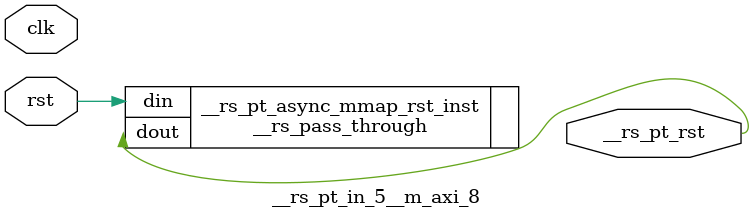
<source format=v>
`timescale 1 ns / 1 ps
/**   Generated by RapidStream   **/
module __rs_pt_in_5__m_axi_8 #(
    parameter BufferSize         = 32,
    parameter BufferSizeLog      = 5,
    parameter AddrWidth          = 64,
    parameter AxiSideAddrWidth   = 64,
    parameter DataWidth          = 512,
    parameter DataWidthBytesLog  = 6,
    parameter WaitTimeWidth      = 4,
    parameter BurstLenWidth      = 8,
    parameter EnableReadChannel  = 1,
    parameter EnableWriteChannel = 1,
    parameter MaxWaitTime        = 3,
    parameter MaxBurstLen        = 15
) (
    output wire __rs_pt_rst,
    input wire  clk,
    input wire  rst
);




__rs_pass_through #(
    .WIDTH (1)
) __rs_pt_async_mmap_rst_inst /**   Generated by RapidStream   **/ (
    .din  (rst),
    .dout (__rs_pt_rst)
);

endmodule  // __rs_pt_in_5__m_axi_8
</source>
